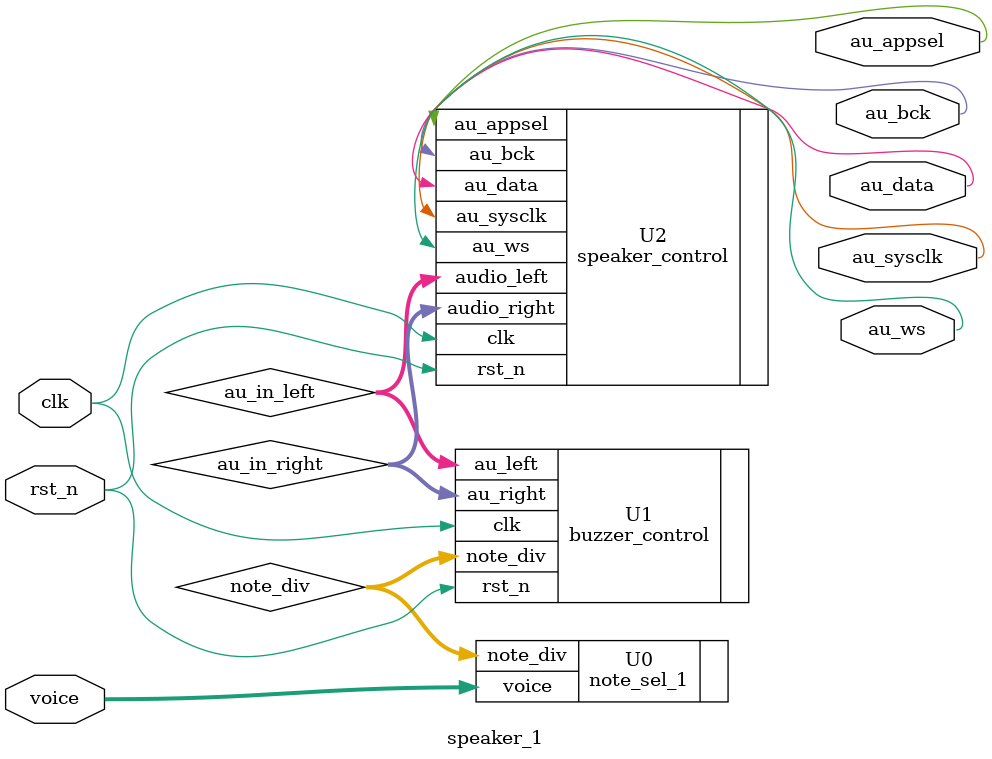
<source format=v>
`timescale 1ns / 1ps
module speaker_1(au_appsel, au_sysclk, au_bck, au_ws, au_data, clk, rst_n, voice);
	input [3:0]voice;
	input clk; // clock from the crystal
	input rst_n; // active low reset
	output au_appsel; // playing mode selection
	output au_sysclk; // control clock for DAC (from crystal)
	output au_bck; // bit clock of au data (5MHz)
	output au_ws; // left/right parallel to serial control
	output au_data; // serial output au data
	// Declare internal nodes
	wire [15:0] au_in_left, au_in_right;
	wire [19:0]note_div;


 note_sel_1 U0(
 .note_div(note_div),
 .voice(voice)
    );
// Note generation
 buzzer_control U1(
 .clk(clk), // clock from crystal
 .rst_n(rst_n), // active low reset
 .note_div(note_div), // div for music note
 .au_left(au_in_left), // left audio
 .au_right(au_in_right)  // right audio
 );
 // Speaker controllor
 speaker_control U2(
 .clk(clk), // clock from the crystal
 .rst_n(rst_n), // active low reset
 .audio_left(au_in_left), // left channel au data
 .audio_right(au_in_right), // right channel au data
 .au_appsel(au_appsel), // mode selection
 .au_sysclk(au_sysclk), // control clock for DAC (from crystal)
 .au_bck(au_bck), // bit clock of au data (5MHz)
 .au_ws(au_ws), // left/right parallel to serial control
 .au_data(au_data)
 ); // serial
 
 endmodule
</source>
